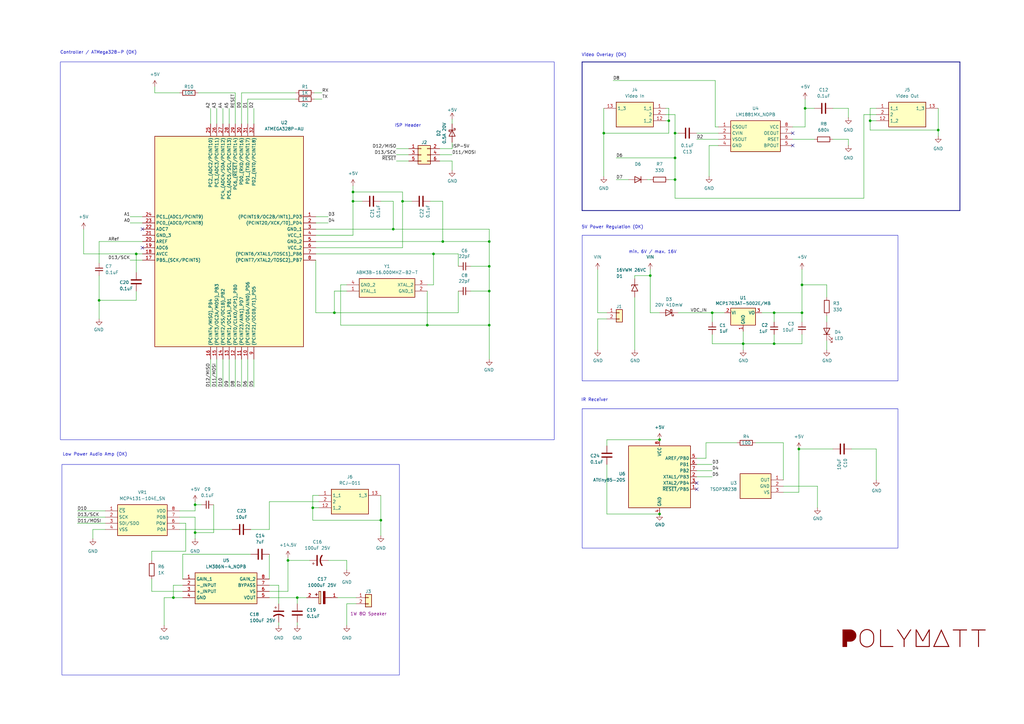
<source format=kicad_sch>
(kicad_sch (version 20250114) (generator "eeschema") (generator_version "9.0")
  (paper "A3")
  (title_block (title "Joshua") (date "2025-03-29") (rev "0.1") (company "polymatt"))
  (polyline (pts (xy 355.6641 258.0185) (xy 355.7633 258.0232) (xy 355.8614 258.0309) (xy 355.9587 258.0418) (xy 356.0549 258.0558) (xy 356.1502 258.0728) (xy 356.2445 258.093) (xy 356.3379 258.1163) (xy 356.4303 258.1427) (xy 356.5217 258.1721) (xy 356.6121 258.2047) (xy 356.7016 258.2404) (xy 356.7901 258.2792) (xy 356.8777 258.3211) (xy 356.9643 258.3661) (xy 357.0499 258.4142) (xy 357.1339 258.465) (xy 357.2157 258.518) (xy 357.2953 258.5732) (xy 357.3727 258.6306) (xy 357.4478 258.6902) (xy 357.5208 258.7521) (xy 357.5915 258.8162) (xy 357.66 258.8824) (xy 357.7263 258.951) (xy 357.7903 259.0217) (xy 357.8522 259.0946) (xy 357.9118 259.1698) (xy 357.9692 259.2471) (xy 358.0244 259.3267) (xy 358.0774 259.4085) (xy 358.1282 259.4925) (xy 358.1763 259.5782) (xy 358.2213 259.6647) (xy 358.2632 259.7523) (xy 358.302 259.8408) (xy 358.3377 259.9303) (xy 358.3703 260.0207) (xy 358.3998 260.1122) (xy 358.4261 260.2045) (xy 358.4494 260.2979) (xy 358.4696 260.3922) (xy 358.4867 260.4875) (xy 358.5006 260.5838) (xy 358.5115 260.681) (xy 358.5193 260.7792) (xy 358.5239 260.8783) (xy 358.5255 260.9784) (xy 358.5255 262.5469) (xy 358.5239 262.647) (xy 358.5193 262.7462) (xy 358.5115 262.8444) (xy 358.5006 262.9416) (xy 358.4867 263.0378) (xy 358.4696 263.1331) (xy 358.4494 263.2274) (xy 358.4261 263.3208) (xy 358.3998 263.4132) (xy 358.3703 263.5046) (xy 358.3377 263.5951) (xy 358.302 263.6845) (xy 358.2632 263.7731) (xy 358.2213 263.8606) (xy 358.1763 263.9472) (xy 358.1282 264.0328) (xy 358.0774 264.1168) (xy 358.0244 264.1986) (xy 357.9692 264.2782) (xy 357.9118 264.3556) (xy 357.8522 264.4307) (xy 357.7903 264.5037) (xy 357.7263 264.5744) (xy 357.66 264.6429) (xy 357.5915 264.7092) (xy 357.5208 264.7732) (xy 357.4478 264.8351) (xy 357.3727 264.8947) (xy 357.2953 264.9522) (xy 357.2157 265.0074) (xy 357.1339 265.0603) (xy 357.0499 265.1111) (xy 356.9643 265.1592) (xy 356.8777 265.2042) (xy 356.7901 265.2461) (xy 356.7016 265.2849) (xy 356.6121 265.3206) (xy 356.5217 265.3532) (xy 356.4303 265.3827) (xy 356.3379 265.4091) (xy 356.2445 265.4323) (xy 356.1502 265.4525) (xy 356.0549 265.4696) (xy 355.9587 265.4835) (xy 355.8614 265.4944) (xy 355.7633 265.5022) (xy 355.6641 265.5068) (xy 355.564 265.5084) (xy 355.4639 265.5068) (xy 355.3647 265.5022) (xy 355.2665 265.4944) (xy 355.1693 265.4835) (xy 355.073 265.4696) (xy 354.9777 265.4525) (xy 354.8834 265.4323) (xy 354.7901 265.4091) (xy 354.6977 265.3827) (xy 354.6063 265.3532) (xy 354.5158 265.3206) (xy 354.4263 265.2849) (xy 354.3378 265.2461) (xy 354.2503 265.2042) (xy 354.1637 265.1592) (xy 354.0781 265.1111) (xy 353.9941 265.0603) (xy 353.9123 265.0074) (xy 353.8327 264.9522) (xy 353.7553 264.8947) (xy 353.6801 264.8351) (xy 353.6072 264.7732) (xy 353.5365 264.7092) (xy 353.468 264.6429) (xy 353.4017 264.5744) (xy 353.3376 264.5037) (xy 353.2758 264.4307) (xy 353.2161 264.3556) (xy 353.1587 264.2782) (xy 353.1035 264.1986) (xy 353.0505 264.1168) (xy 352.9998 264.0328) (xy 352.9517 263.9472) (xy 352.9067 263.8606) (xy 352.8648 263.7731) (xy 352.826 263.6845) (xy 352.7903 263.5951) (xy 352.7577 263.5046) (xy 352.7282 263.4132) (xy 352.7018 263.3208) (xy 352.6785 263.2274) (xy 352.6584 263.1331) (xy 352.6413 263.0378) (xy 352.6273 262.9416) (xy 352.6165 262.8444) (xy 352.6087 262.7462) (xy 352.604 262.647) (xy 352.6025 262.5469) (xy 352.6025 260.9784) (xy 352.9843 260.9784) (xy 352.9843 262.5469) (xy 352.9856 262.6342) (xy 352.9897 262.7206) (xy 352.9964 262.8062) (xy 353.0059 262.891) (xy 353.018 262.9749) (xy 353.0329 263.0579) (xy 353.0505 263.1401) (xy 353.0707 263.2215) (xy 353.0937 263.302) (xy 353.1193 263.3817) (xy 353.1477 263.4605) (xy 353.1787 263.5385) (xy 353.2125 263.6156) (xy 353.249 263.6919) (xy 353.2881 263.7673) (xy 353.33 263.8419) (xy 353.3741 263.9151) (xy 353.4203 263.9864) (xy 353.4683 264.0557) (xy 353.5183 264.1231) (xy 353.5702 264.1885) (xy 353.6241 264.2521) (xy 353.6798 264.3137) (xy 353.7376 264.3733) (xy 353.7972 264.431) (xy 353.8588 264.4868) (xy 353.9223 264.5407) (xy 353.9878 264.5926) (xy 354.0552 264.6426) (xy 354.1245 264.6906) (xy 354.1958 264.7367) (xy 354.269 264.7809) (xy 354.3436 264.8228) (xy 354.419 264.8619) (xy 354.4953 264.8984) (xy 354.5724 264.9321) (xy 354.6504 264.9632) (xy 354.7292 264.9916) (xy 354.8089 265.0172) (xy 354.8894 265.0402) (xy 354.9708 265.0604) (xy 355.053 265.078) (xy 355.136 265.0928) (xy 355.2199 265.105) (xy 355.3047 265.1144) (xy 355.3903 265.1212) (xy 355.4767 265.1252) (xy 355.564 265.1266) (xy 355.6513 265.1252) (xy 355.7377 265.1212) (xy 355.8233 265.1144) (xy 355.908 265.105) (xy 355.9919 265.0928) (xy 356.075 265.078) (xy 356.1572 265.0604) (xy 356.2386 265.0402) (xy 356.3191 265.0172) (xy 356.3987 264.9916) (xy 356.4776 264.9632) (xy 356.5555 264.9321) (xy 356.6327 264.8984) (xy 356.709 264.8619) (xy 356.7844 264.8228) (xy 356.859 264.7809) (xy 356.9322 264.7367) (xy 357.0034 264.6906) (xy 357.0728 264.6426) (xy 357.1402 264.5926) (xy 357.2056 264.5407) (xy 357.2692 264.4868) (xy 357.3307 264.431) (xy 357.3904 264.3733) (xy 357.4481 264.3137) (xy 357.5039 264.2521) (xy 357.5578 264.1885) (xy 357.6097 264.1231) (xy 357.6597 264.0557) (xy 357.7077 263.9864) (xy 357.7538 263.9151) (xy 357.798 263.8419) (xy 357.8398 263.7673) (xy 357.879 263.6919) (xy 357.9155 263.6156) (xy 357.9492 263.5385) (xy 357.9803 263.4605) (xy 358.0086 263.3817) (xy 358.0343 263.302) (xy 358.0572 263.2215) (xy 358.0775 263.1401) (xy 358.0951 263.0579) (xy 358.1099 262.9749) (xy 358.1221 262.891) (xy 358.1315 262.8062) (xy 358.1383 262.7206) (xy 358.1423 262.6342) (xy 358.1437 262.5469) (xy 358.1437 260.9784) (xy 358.1423 260.8912) (xy 358.1383 260.8047) (xy 358.1315 260.7191) (xy 358.1221 260.6344) (xy 358.1099 260.5505) (xy 358.0951 260.4674) (xy 358.0775 260.3852) (xy 358.0572 260.3039) (xy 358.0343 260.2233) (xy 358.0086 260.1437) (xy 357.9803 260.0649) (xy 357.9492 259.9869) (xy 357.9155 259.9097) (xy 357.879 259.8335) (xy 357.8398 259.758) (xy 357.798 259.6834) (xy 357.7538 259.6102) (xy 357.7077 259.539) (xy 357.6597 259.4696) (xy 357.6097 259.4023) (xy 357.5578 259.3368) (xy 357.5039 259.2733) (xy 357.4481 259.2117) (xy 357.3904 259.152) (xy 357.3307 259.0943) (xy 357.2692 259.0385) (xy 357.2056 258.9847) (xy 357.1402 258.9328) (xy 357.0728 258.8828) (xy 357.0034 258.8347) (xy 356.9322 258.7886) (xy 356.859 258.7444) (xy 356.7844 258.7026) (xy 356.709 258.6634) (xy 356.6327 258.627) (xy 356.5555 258.5932) (xy 356.4776 258.5621) (xy 356.3987 258.5338) (xy 356.3191 258.5081) (xy 356.2386 258.4852) (xy 356.1572 258.4649) (xy 356.075 258.4474) (xy 355.9919 258.4325) (xy 355.908 258.4204) (xy 355.8233 258.4109) (xy 355.7377 258.4042) (xy 355.6513 258.4001) (xy 355.564 258.3988) (xy 355.4767 258.4001) (xy 355.3903 258.4042) (xy 355.3047 258.4109) (xy 355.2199 258.4204) (xy 355.136 258.4325) (xy 355.053 258.4474) (xy 354.9708 258.4649) (xy 354.8894 258.4852) (xy 354.8089 258.5081) (xy 354.7292 258.5338) (xy 354.6504 258.5621) (xy 354.5724 258.5932) (xy 354.4953 258.627) (xy 354.419 258.6634) (xy 354.3436 258.7026) (xy 354.269 258.7444) (xy 354.1958 258.7886) (xy 354.1245 258.8347) (xy 354.0552 258.8828) (xy 353.9878 258.9328) (xy 353.9223 258.9847) (xy 353.8588 259.0385) (xy 353.7972 259.0943) (xy 353.7376 259.152) (xy 353.6798 259.2117) (xy 353.6241 259.2733) (xy 353.5702 259.3368) (xy 353.5183 259.4023) (xy 353.4683 259.4696) (xy 353.4203 259.539) (xy 353.3741 259.6102) (xy 353.33 259.6834) (xy 353.2881 259.758) (xy 353.249 259.8335) (xy 353.2125 259.9097) (xy 353.1787 259.9869) (xy 353.1477 260.0649) (xy 353.1193 260.1437) (xy 353.0937 260.2233) (xy 353.0707 260.3039) (xy 353.0505 260.3852) (xy 353.0329 260.4674) (xy 353.018 260.5505) (xy 353.0059 260.6344) (xy 352.9964 260.7191) (xy 352.9897 260.8047) (xy 352.9856 260.8912) (xy 352.9843 260.9784) (xy 352.6025 260.9784) (xy 352.604 260.8783) (xy 352.6087 260.7792) (xy 352.6165 260.681) (xy 352.6273 260.5838) (xy 352.6413 260.4875) (xy 352.6584 260.3922) (xy 352.6785 260.2979) (xy 352.7018 260.2045) (xy 352.7282 260.1122) (xy 352.7577 260.0207) (xy 352.7903 259.9303) (xy 352.826 259.8408) (xy 352.8648 259.7523) (xy 352.9067 259.6647) (xy 352.9517 259.5782) (xy 352.9998 259.4925) (xy 353.0505 259.4085) (xy 353.1035 259.3267) (xy 353.1587 259.2471) (xy 353.2161 259.1698) (xy 353.2758 259.0946) (xy 353.3376 259.0217) (xy 353.4017 258.951) (xy 353.468 258.8824) (xy 353.5365 258.8162) (xy 353.6072 258.7521) (xy 353.6801 258.6902) (xy 353.7553 258.6306) (xy 353.8327 258.5732) (xy 353.9123 258.518) (xy 353.9941 258.465) (xy 354.0781 258.4142) (xy 354.1637 258.3661) (xy 354.2503 258.3211) (xy 354.3378 258.2792) (xy 354.4263 258.2404) (xy 354.5158 258.2047) (xy 354.6063 258.1721) (xy 354.6977 258.1427) (xy 354.7901 258.1163) (xy 354.8834 258.093) (xy 354.9777 258.0728) (xy 355.073 258.0558) (xy 355.1693 258.0418) (xy 355.2665 258.0309) (xy 355.3647 258.0232) (xy 355.4639 258.0185) (xy 355.564 258.017) (xy 355.6641 258.0185)) (stroke (width -0.0001) (type solid)) (fill (type color) (color 132 0 0 1)))
  (rectangle (start 238.76 96.52) (end 368.3 156.21))
  (rectangle (start 238.76 167.64) (end 368.3 224.79))
  (polyline (pts (xy 396.6083 258.5535) (xy 393.8945 258.5535) (xy 393.8945 265.3536) (xy 393.523 265.3536) (xy 393.523 258.5535) (xy 390.8092 258.5535) (xy 390.8092 258.1717) (xy 396.6083 258.1717) (xy 396.6083 258.5535)) (stroke (width -0.0001) (type solid)) (fill (type color) (color 132 0 0 1)))
  (polyline (pts (xy 389.4644 265.3536) (xy 382.6953 265.3536) (xy 382.8714 264.9718) (xy 383.2938 264.9718) (xy 388.8659 264.9718) (xy 386.0798 258.925) (xy 383.2938 264.9718) (xy 382.8714 264.9718) (xy 386.0798 258.017) (xy 389.4644 265.3536)) (stroke (width -0.0001) (type solid)) (fill (type color) (color 132 0 0 1)))
  (polyline (pts (xy 404.2373 258.5535) (xy 401.5235 258.5535) (xy 401.5235 265.3536) (xy 401.152 265.3536) (xy 401.152 258.5535) (xy 398.4382 258.5535) (xy 398.4382 258.1717) (xy 404.2373 258.1717) (xy 404.2373 258.5535)) (stroke (width -0.0001) (type solid)) (fill (type color) (color 132 0 0 1)))
  (polyline (pts (xy 348.6475 258.1728) (xy 348.7392 258.1761) (xy 348.8294 258.1815) (xy 348.9179 258.1892) (xy 349.0048 258.199) (xy 349.0901 258.2109) (xy 349.1738 258.2251) (xy 349.2558 258.2414) (xy 349.3363 258.2599) (xy 349.4151 258.2806) (xy 349.4923 258.3034) (xy 349.568 258.3285) (xy 349.642 258.3557) (xy 349.7144 258.3851) (xy 349.7851 258.4166) (xy 349.8543 258.4504) (xy 349.932 258.4914) (xy 350.0076 258.5346) (xy 350.0813 258.5799) (xy 350.1529 258.6274) (xy 350.2225 258.677) (xy 350.2901 258.7287) (xy 350.3557 258.7826) (xy 350.4193 258.8386) (xy 350.4808 258.8967) (xy 350.5403 258.957) (xy 350.5979 259.0194) (xy 350.6534 259.084) (xy 350.7069 259.1507) (xy 350.7583 259.2195) (xy 350.8078 259.2905) (xy 350.8552 259.3636) (xy 350.9002 259.4382) (xy 350.9423 259.5137) (xy 350.9815 259.5902) (xy 351.0177 259.6676) (xy 351.0511 259.746) (xy 351.0816 259.8252) (xy 351.1092 259.9054) (xy 351.1338 259.9866) (xy 351.1556 260.0686) (xy 351.1745 260.1516) (xy 351.1904 260.2355) (xy 351.2035 260.3203) (xy 351.2136 260.4061) (xy 351.2209 260.4927) (xy 351.2253 260.5803) (xy 351.2267 260.6689) (xy 351.2253 260.7574) (xy 351.221 260.8451) (xy 351.2138 260.9319) (xy 351.2038 261.0178) (xy 351.1909 261.1028) (xy 351.1752 261.1869) (xy 351.1566 261.2702) (xy 351.1351 261.3525) (xy 351.1108 261.434) (xy 351.0836 261.5145) (xy 351.0536 261.5942) (xy 351.0206 261.673) (xy 350.9849 261.7509) (xy 350.9462 261.828) (xy 350.9047 261.9041) (xy 350.8604 261.9794) (xy 350.8136 262.0531) (xy 350.7647 262.1246) (xy 350.7138 262.194) (xy 350.6608 262.2612) (xy 350.6057 262.3262) (xy 350.5486 262.389) (xy 350.4895 262.4497) (xy 350.4283 262.5082) (xy 350.365 262.5645) (xy 350.2997 262.6186) (xy 350.2323 262.6706) (xy 350.1629 262.7204) (xy 350.0914 262.768) (xy 350.0179 262.8134) (xy 349.9423 262.8567) (xy 349.8646 262.8977) (xy 349.7966 262.9315) (xy 349.7268 262.963) (xy 349.6551 262.9924) (xy 349.5815 263.0196) (xy 349.5061 263.0447) (xy 349.4288 263.0675) (xy 349.3497 263.0882) (xy 349.2687 263.1067) (xy 349.1859 263.123) (xy 349.1012 263.1372) (xy 349.0147 263.1491) (xy 348.9263 263.1589) (xy 348.836 263.1665) (xy 348.7439 263.172) (xy 348.65 263.1752) (xy 348.5541 263.1763) (xy 347.4294 263.1763) (xy 347.4294 265.3536) (xy 345.5514 265.3536) (xy 345.5514 258.1717) (xy 348.5541 258.1717) (xy 348.6475 258.1728)) (stroke (width -0.0001) (type solid)) (fill (type color) (color 132 0 0 1)))
  (polyline (pts (xy 370.8322 262.0103) (xy 373.3603 258.1717) (xy 373.8143 258.1717) (xy 371.018 262.4127) (xy 371.018 265.3536) (xy 370.6362 265.3536) (xy 370.6362 262.4127) (xy 367.8295 258.1717) (xy 368.2835 258.1717) (xy 370.8322 262.0103)) (stroke (width -0.0001) (type solid)) (fill (type color) (color 132 0 0 1)))
  (polyline (pts (xy 378.4715 262.5985) (xy 380.9686 258.1614) (xy 381.3504 258.1614) (xy 381.3504 265.3433) (xy 375.5513 265.3433) (xy 375.5513 264.9718) (xy 375.9331 264.9718) (xy 380.9686 264.9718) (xy 380.9686 258.9353) (xy 378.6469 263.0216) (xy 378.2858 263.0216) (xy 375.9331 258.8734) (xy 375.9331 264.9718) (xy 375.5513 264.9718) (xy 375.5513 258.1614) (xy 375.964 258.1614) (xy 378.4715 262.5985)) (stroke (width -0.0001) (type solid)) (fill (type color) (color 132 0 0 1)))
  (rectangle (start 24.765 25.4) (end 227.33 180.34))
  (polyline (pts (xy 361.3562 264.9718) (xy 366.3608 264.9718) (xy 366.3608 265.3536) (xy 360.9744 265.3536) (xy 360.9744 258.1717) (xy 361.3562 258.1717) (xy 361.3562 264.9718)) (stroke (width -0.0001) (type solid)) (fill (type color) (color 132 0 0 1)))
  (rectangle (start 25.4 190.5) (end 163.83 276.86))
  (text "Controller / ATMega328-P (OK)" (at 24.638 21.59 0) (effects (font (size 1.27 1.27)) (justify left)))
  (text "5V Power Regulation (OK)" (at 238.506 93.218 0) (effects (font (size 1.27 1.27)) (justify left)))
  (text "min. 6V / max. 16V" (at 257.81 104.14 0) (effects (font (size 1.27 1.27)) (justify left bottom)))
  (text "ISP Header" (at 167.259 51.562 0) (effects (font (size 1.27 1.27))))
  (text "Video Overlay (OK)" (at 238.506 22.606 0) (effects (font (size 1.27 1.27)) (justify left)))
  (text "IR Receiver" (at 243.84 164.084 0) (effects (font (size 1.27 1.27))))
  (text "Low Power Audio Amp (OK)" (at 25.654 186.436 0) (effects (font (size 1.27 1.27)) (justify left)))
  (junction (at 144.78 82.55))
  (junction (at 330.2 44.45))
  (junction (at 384.81 53.34))
  (junction (at 276.86 54.61))
  (junction (at 80.01 207.01))
  (junction (at 200.66 99.06))
  (junction (at 200.66 119.38))
  (junction (at 165.1 82.55))
  (junction (at 161.29 93.98))
  (junction (at 270.51 210.82))
  (junction (at 247.65 54.61))
  (junction (at 118.11 229.87))
  (junction (at 200.66 133.35))
  (junction (at 304.8 140.97))
  (junction (at 181.61 99.06))
  (junction (at 55.88 104.14))
  (junction (at 317.5 140.97))
  (junction (at 121.92 245.11))
  (junction (at 317.5 128.27))
  (junction (at 276.86 64.77))
  (junction (at 175.26 133.35))
  (junction (at 71.12 245.11))
  (junction (at 144.78 78.74))
  (junction (at 274.32 49.53))
  (junction (at 270.51 180.34))
  (junction (at 266.7 113.03))
  (junction (at 276.86 73.66))
  (junction (at 137.16 128.27))
  (junction (at 177.8 104.14))
  (junction (at 327.66 184.15))
  (junction (at 356.87 49.53))
  (junction (at 328.93 116.84))
  (junction (at 292.1 128.27))
  (junction (at 40.64 123.19))
  (junction (at 80.01 218.44))
  (junction (at 328.93 128.27))
  (junction (at 128.27 208.28))
  (junction (at 156.21 213.36))
  (junction (at 200.66 109.22))
  (no_connect (at 285.75 198.12))
  (no_connect (at 58.42 101.6))
  (no_connect (at 285.75 200.66))
  (no_connect (at 58.42 93.98))
  (no_connect (at 325.12 59.69))
  (no_connect (at 325.12 54.61))
  (wire (pts (xy 165.1 78.74) (xy 144.78 78.74)))
  (wire (pts (xy 87.63 218.44) (xy 80.01 218.44)))
  (wire (pts (xy 99.06 147.32) (xy 99.06 158.75)))
  (wire (pts (xy 252.73 73.66) (xy 257.81 73.66)))
  (wire (pts (xy 93.98 44.45) (xy 93.98 50.8)))
  (wire (pts (xy 55.88 123.19) (xy 40.64 123.19)))
  (wire (pts (xy 142.24 116.84) (xy 139.7 116.84)))
  (wire (pts (xy 248.92 180.34) (xy 248.92 182.88)))
  (wire (pts (xy 40.64 113.03) (xy 40.64 123.19)))
  (wire (pts (xy 328.93 137.16) (xy 328.93 140.97)))
  (wire (pts (xy 87.63 207.01) (xy 87.63 218.44)))
  (wire (pts (xy 73.66 217.17) (xy 95.25 217.17)))
  (wire (pts (xy 347.98 59.69) (xy 347.98 57.15)))
  (wire (pts (xy 276.86 64.77) (xy 276.86 73.66)))
  (wire (pts (xy 200.66 109.22) (xy 200.66 119.38)))
  (wire (pts (xy 335.28 199.39) (xy 335.28 208.28)))
  (wire (pts (xy 58.42 88.9) (xy 53.34 88.9)))
  (wire (pts (xy 285.75 57.15) (xy 294.64 57.15)))
  (wire (pts (xy 137.16 119.38) (xy 137.16 128.27)))
  (wire (pts (xy 248.92 210.82) (xy 270.51 210.82)))
  (wire (pts (xy 104.14 44.45) (xy 104.14 50.8)))
  (wire (pts (xy 118.11 229.87) (xy 127 229.87)))
  (wire (pts (xy 354.33 81.28) (xy 354.33 46.99)))
  (wire (pts (xy 129.54 101.6) (xy 165.1 101.6)))
  (wire (pts (xy 317.5 137.16) (xy 317.5 140.97)))
  (wire (pts (xy 330.2 44.45) (xy 330.2 52.07)))
  (wire (pts (xy 200.66 93.98) (xy 200.66 99.06)))
  (wire (pts (xy 266.7 128.27) (xy 270.51 128.27)))
  (wire (pts (xy 304.8 140.97) (xy 304.8 143.51)))
  (wire (pts (xy 292.1 128.27) (xy 292.1 132.08)))
  (wire (pts (xy 130.81 203.2) (xy 128.27 203.2)))
  (wire (pts (xy 62.23 242.57) (xy 74.93 242.57)))
  (wire (pts (xy 40.64 107.95) (xy 40.64 99.06)))
  (wire (pts (xy 129.54 91.44) (xy 134.62 91.44)))
  (wire (pts (xy 121.92 255.27) (xy 121.92 256.54)))
  (wire (pts (xy 200.66 133.35) (xy 200.66 147.32)))
  (wire (pts (xy 251.46 33.02) (xy 293.37 33.02)))
  (wire (pts (xy 88.9 147.32) (xy 88.9 158.75)))
  (wire (pts (xy 356.87 53.34) (xy 384.81 53.34)))
  (wire (pts (xy 55.88 104.14) (xy 34.29 104.14)))
  (wire (pts (xy 292.1 140.97) (xy 304.8 140.97)))
  (wire (pts (xy 161.29 82.55) (xy 161.29 93.98)))
  (wire (pts (xy 71.12 245.11) (xy 67.31 245.11)))
  (wire (pts (xy 96.52 147.32) (xy 96.52 158.75)))
  (wire (pts (xy 181.61 99.06) (xy 200.66 99.06)))
  (wire (pts (xy 278.13 128.27) (xy 292.1 128.27)))
  (wire (pts (xy 144.78 78.74) (xy 144.78 82.55)))
  (wire (pts (xy 110.49 240.03) (xy 114.3 240.03)))
  (wire (pts (xy 347.98 44.45) (xy 341.63 44.45)))
  (wire (pts (xy 328.93 110.49) (xy 328.93 116.84)))
  (wire (pts (xy 304.8 140.97) (xy 317.5 140.97)))
  (wire (pts (xy 270.51 180.34) (xy 248.92 180.34)))
  (wire (pts (xy 347.98 57.15) (xy 341.63 57.15)))
  (wire (pts (xy 321.31 201.93) (xy 327.66 201.93)))
  (wire (pts (xy 165.1 82.55) (xy 168.91 82.55)))
  (bus (pts (xy 238.76 25.4) (xy 393.7 25.4)))
  (wire (pts (xy 34.29 104.14) (xy 34.29 93.98)))
  (wire (pts (xy 91.44 147.32) (xy 91.44 158.75)))
  (wire (pts (xy 110.49 217.17) (xy 110.49 205.74)))
  (wire (pts (xy 349.25 184.15) (xy 359.41 184.15)))
  (wire (pts (xy 142.24 247.65) (xy 142.24 256.54)))
  (wire (pts (xy 317.5 128.27) (xy 328.93 128.27)))
  (wire (pts (xy 146.05 247.65) (xy 142.24 247.65)))
  (wire (pts (xy 101.6 147.32) (xy 101.6 158.75)))
  (wire (pts (xy 58.42 104.14) (xy 55.88 104.14)))
  (wire (pts (xy 245.11 130.81) (xy 248.92 130.81)))
  (wire (pts (xy 248.92 128.27) (xy 245.11 128.27)))
  (wire (pts (xy 285.75 193.04) (xy 292.1 193.04)))
  (wire (pts (xy 129.54 88.9) (xy 134.62 88.9)))
  (wire (pts (xy 339.09 116.84) (xy 328.93 116.84)))
  (wire (pts (xy 80.01 212.09) (xy 80.01 218.44)))
  (wire (pts (xy 129.54 96.52) (xy 144.78 96.52)))
  (wire (pts (xy 185.42 48.895) (xy 185.42 50.8)))
  (wire (pts (xy 156.21 82.55) (xy 161.29 82.55)))
  (wire (pts (xy 62.23 226.06) (xy 76.2 226.06)))
  (wire (pts (xy 176.53 82.55) (xy 181.61 82.55)))
  (wire (pts (xy 359.41 184.15) (xy 359.41 196.85)))
  (wire (pts (xy 260.35 113.03) (xy 260.35 114.3)))
  (wire (pts (xy 162.56 60.96) (xy 167.64 60.96)))
  (wire (pts (xy 304.8 135.89) (xy 304.8 140.97)))
  (wire (pts (xy 175.26 133.35) (xy 200.66 133.35)))
  (wire (pts (xy 185.42 66.04) (xy 185.42 69.85)))
  (wire (pts (xy 260.35 121.92) (xy 260.35 143.51)))
  (wire (pts (xy 339.09 139.7) (xy 339.09 143.51)))
  (wire (pts (xy 86.36 147.32) (xy 86.36 158.75)))
  (wire (pts (xy 139.7 133.35) (xy 175.26 133.35)))
  (wire (pts (xy 285.75 54.61) (xy 294.64 54.61)))
  (wire (pts (xy 187.96 104.14) (xy 187.96 109.22)))
  (wire (pts (xy 181.61 82.55) (xy 181.61 99.06)))
  (wire (pts (xy 102.87 227.33) (xy 74.93 227.33)))
  (wire (pts (xy 177.8 116.84) (xy 177.8 104.14)))
  (wire (pts (xy 193.04 109.22) (xy 200.66 109.22)))
  (wire (pts (xy 165.1 101.6) (xy 165.1 82.55)))
  (wire (pts (xy 339.09 121.92) (xy 339.09 116.84)))
  (wire (pts (xy 31.75 209.55) (xy 43.18 209.55)))
  (wire (pts (xy 156.21 213.36) (xy 156.21 219.71)))
  (wire (pts (xy 252.73 64.77) (xy 276.86 64.77)))
  (wire (pts (xy 129.54 128.27) (xy 137.16 128.27)))
  (wire (pts (xy 193.04 119.38) (xy 200.66 119.38)))
  (wire (pts (xy 266.7 110.49) (xy 266.7 113.03)))
  (wire (pts (xy 161.29 93.98) (xy 200.66 93.98)))
  (wire (pts (xy 93.98 147.32) (xy 93.98 158.75)))
  (wire (pts (xy 187.96 128.27) (xy 187.96 119.38)))
  (wire (pts (xy 40.64 99.06) (xy 58.42 99.06)))
  (wire (pts (xy 129.54 104.14) (xy 177.8 104.14)))
  (bus (pts (xy 393.7 86.36) (xy 393.7 25.4)))
  (wire (pts (xy 276.86 73.66) (xy 276.86 81.28)))
  (wire (pts (xy 276.86 81.28) (xy 354.33 81.28)))
  (wire (pts (xy 274.32 73.66) (xy 276.86 73.66)))
  (wire (pts (xy 73.66 38.1) (xy 63.5 38.1)))
  (wire (pts (xy 289.56 181.61) (xy 302.26 181.61)))
  (wire (pts (xy 62.23 226.06) (xy 62.23 229.87)))
  (wire (pts (xy 114.3 240.03) (xy 114.3 247.65)))
  (wire (pts (xy 339.09 129.54) (xy 339.09 132.08)))
  (wire (pts (xy 266.7 113.03) (xy 260.35 113.03)))
  (wire (pts (xy 114.3 255.27) (xy 114.3 256.54)))
  (wire (pts (xy 384.81 53.34) (xy 384.81 55.88)))
  (wire (pts (xy 325.12 52.07) (xy 330.2 52.07)))
  (wire (pts (xy 73.66 209.55) (xy 80.01 209.55)))
  (wire (pts (xy 144.78 82.55) (xy 144.78 96.52)))
  (wire (pts (xy 185.42 60.96) (xy 180.34 60.96)))
  (wire (pts (xy 74.93 227.33) (xy 74.93 237.49)))
  (wire (pts (xy 144.78 82.55) (xy 148.59 82.55)))
  (wire (pts (xy 276.86 46.99) (xy 276.86 54.61)))
  (wire (pts (xy 128.27 208.28) (xy 130.81 208.28)))
  (wire (pts (xy 175.26 119.38) (xy 175.26 133.35)))
  (wire (pts (xy 162.56 66.04) (xy 167.64 66.04)))
  (wire (pts (xy 312.42 128.27) (xy 317.5 128.27)))
  (wire (pts (xy 384.81 44.45) (xy 384.81 53.34)))
  (wire (pts (xy 156.21 203.2) (xy 156.21 213.36)))
  (wire (pts (xy 273.05 49.53) (xy 274.32 49.53)))
  (wire (pts (xy 55.88 104.14) (xy 55.88 111.76)))
  (wire (pts (xy 128.27 203.2) (xy 128.27 208.28)))
  (wire (pts (xy 247.65 44.45) (xy 247.65 54.61)))
  (wire (pts (xy 317.5 140.97) (xy 328.93 140.97)))
  (wire (pts (xy 129.54 93.98) (xy 161.29 93.98)))
  (wire (pts (xy 128.27 213.36) (xy 128.27 208.28)))
  (wire (pts (xy 121.92 245.11) (xy 125.73 245.11)))
  (wire (pts (xy 128.905 38.1) (xy 132.08 38.1)))
  (wire (pts (xy 185.42 63.5) (xy 180.34 63.5)))
  (wire (pts (xy 289.56 181.61) (xy 289.56 187.96)))
  (wire (pts (xy 138.43 245.11) (xy 146.05 245.11)))
  (wire (pts (xy 356.87 49.53) (xy 359.41 49.53)))
  (wire (pts (xy 144.78 76.2) (xy 144.78 78.74)))
  (wire (pts (xy 245.11 143.51) (xy 245.11 130.81)))
  (wire (pts (xy 58.42 106.68) (xy 53.34 106.68)))
  (wire (pts (xy 321.31 199.39) (xy 335.28 199.39)))
  (wire (pts (xy 292.1 128.27) (xy 297.18 128.27)))
  (wire (pts (xy 248.92 190.5) (xy 248.92 210.82)))
  (wire (pts (xy 31.75 212.09) (xy 43.18 212.09)))
  (wire (pts (xy 101.6 40.64) (xy 101.6 50.8)))
  (wire (pts (xy 80.01 207.01) (xy 80.01 209.55)))
  (wire (pts (xy 88.9 44.45) (xy 88.9 50.8)))
  (wire (pts (xy 74.93 240.03) (xy 71.12 240.03)))
  (wire (pts (xy 321.31 181.61) (xy 309.88 181.61)))
  (wire (pts (xy 276.86 54.61) (xy 278.13 54.61)))
  (wire (pts (xy 67.31 245.11) (xy 67.31 256.54)))
  (wire (pts (xy 285.75 190.5) (xy 292.1 190.5)))
  (wire (pts (xy 265.43 73.66) (xy 266.7 73.66)))
  (wire (pts (xy 142.24 229.87) (xy 142.24 233.68)))
  (wire (pts (xy 110.49 242.57) (xy 118.11 242.57)))
  (wire (pts (xy 185.42 66.04) (xy 180.34 66.04)))
  (wire (pts (xy 274.32 49.53) (xy 274.32 54.61)))
  (wire (pts (xy 334.01 44.45) (xy 330.2 44.45)))
  (bus (pts (xy 238.76 25.4) (xy 238.76 86.36)))
  (wire (pts (xy 273.05 46.99) (xy 276.86 46.99)))
  (wire (pts (xy 293.37 52.07) (xy 294.64 52.07)))
  (wire (pts (xy 247.65 54.61) (xy 247.65 72.39)))
  (wire (pts (xy 200.66 99.06) (xy 200.66 109.22)))
  (wire (pts (xy 62.23 237.49) (xy 62.23 242.57)))
  (wire (pts (xy 290.83 59.69) (xy 294.64 59.69)))
  (wire (pts (xy 134.62 229.87) (xy 142.24 229.87)))
  (wire (pts (xy 63.5 38.1) (xy 63.5 35.56)))
  (wire (pts (xy 292.1 137.16) (xy 292.1 140.97)))
  (wire (pts (xy 175.26 116.84) (xy 177.8 116.84)))
  (wire (pts (xy 110.49 205.74) (xy 130.81 205.74)))
  (wire (pts (xy 38.1 217.17) (xy 38.1 220.98)))
  (wire (pts (xy 137.16 128.27) (xy 187.96 128.27)))
  (wire (pts (xy 293.37 33.02) (xy 293.37 52.07)))
  (wire (pts (xy 104.14 147.32) (xy 104.14 158.75)))
  (wire (pts (xy 185.42 58.42) (xy 185.42 60.96)))
  (wire (pts (xy 139.7 116.84) (xy 139.7 133.35)))
  (wire (pts (xy 325.12 57.15) (xy 334.01 57.15)))
  (wire (pts (xy 327.66 184.15) (xy 341.63 184.15)))
  (wire (pts (xy 73.66 212.09) (xy 80.01 212.09)))
  (wire (pts (xy 118.11 229.87) (xy 118.11 228.6)))
  (wire (pts (xy 31.75 214.63) (xy 43.18 214.63)))
  (wire (pts (xy 99.06 38.1) (xy 99.06 50.8)))
  (wire (pts (xy 129.54 106.68) (xy 129.54 128.27)))
  (wire (pts (xy 129.54 99.06) (xy 181.61 99.06)))
  (wire (pts (xy 165.1 82.55) (xy 165.1 78.74)))
  (wire (pts (xy 76.2 214.63) (xy 73.66 214.63)))
  (wire (pts (xy 290.83 59.69) (xy 290.83 72.39)))
  (bus (pts (xy 238.76 86.36) (xy 393.7 86.36)))
  (wire (pts (xy 71.12 240.03) (xy 71.12 245.11)))
  (wire (pts (xy 110.49 245.11) (xy 121.92 245.11)))
  (wire (pts (xy 55.88 119.38) (xy 55.88 123.19)))
  (wire (pts (xy 142.24 119.38) (xy 137.16 119.38)))
  (wire (pts (xy 101.6 40.64) (xy 121.285 40.64)))
  (wire (pts (xy 118.11 242.57) (xy 118.11 229.87)))
  (wire (pts (xy 86.36 44.45) (xy 86.36 50.8)))
  (wire (pts (xy 245.11 110.49) (xy 245.11 128.27)))
  (wire (pts (xy 356.87 49.53) (xy 356.87 53.34)))
  (wire (pts (xy 128.905 40.64) (xy 132.08 40.64)))
  (wire (pts (xy 80.01 205.74) (xy 80.01 207.01)))
  (wire (pts (xy 96.52 38.1) (xy 81.28 38.1)))
  (wire (pts (xy 347.98 48.26) (xy 347.98 44.45)))
  (wire (pts (xy 317.5 128.27) (xy 317.5 132.08)))
  (wire (pts (xy 177.8 104.14) (xy 187.96 104.14)))
  (wire (pts (xy 76.2 226.06) (xy 76.2 214.63)))
  (wire (pts (xy 327.66 184.15) (xy 327.66 201.93)))
  (wire (pts (xy 285.75 195.58) (xy 292.1 195.58)))
  (wire (pts (xy 74.93 245.11) (xy 71.12 245.11)))
  (wire (pts (xy 330.2 40.64) (xy 330.2 44.45)))
  (wire (pts (xy 99.06 38.1) (xy 121.285 38.1)))
  (wire (pts (xy 110.49 227.33) (xy 110.49 237.49)))
  (wire (pts (xy 102.87 217.17) (xy 110.49 217.17)))
  (wire (pts (xy 162.56 63.5) (xy 167.64 63.5)))
  (wire (pts (xy 121.92 245.11) (xy 121.92 247.65)))
  (wire (pts (xy 321.31 196.85) (xy 321.31 181.61)))
  (wire (pts (xy 274.32 54.61) (xy 247.65 54.61)))
  (wire (pts (xy 80.01 207.01) (xy 82.55 207.01)))
  (wire (pts (xy 359.41 44.45) (xy 356.87 44.45)))
  (wire (pts (xy 91.44 44.45) (xy 91.44 50.8)))
  (wire (pts (xy 266.7 113.03) (xy 266.7 128.27)))
  (wire (pts (xy 328.93 116.84) (xy 328.93 128.27)))
  (wire (pts (xy 80.01 218.44) (xy 80.01 220.98)))
  (wire (pts (xy 200.66 119.38) (xy 200.66 133.35)))
  (wire (pts (xy 273.05 44.45) (xy 274.32 44.45)))
  (wire (pts (xy 58.42 91.44) (xy 53.34 91.44)))
  (wire (pts (xy 40.64 123.19) (xy 40.64 130.81)))
  (wire (pts (xy 43.18 217.17) (xy 38.1 217.17)))
  (wire (pts (xy 276.86 54.61) (xy 276.86 64.77)))
  (wire (pts (xy 328.93 132.08) (xy 328.93 128.27)))
  (wire (pts (xy 356.87 44.45) (xy 356.87 49.53)))
  (wire (pts (xy 274.32 44.45) (xy 274.32 49.53)))
  (wire (pts (xy 96.52 38.1) (xy 96.52 50.8)))
  (wire (pts (xy 289.56 187.96) (xy 285.75 187.96)))
  (wire (pts (xy 128.27 213.36) (xy 156.21 213.36)))
  (wire (pts (xy 354.33 46.99) (xy 359.41 46.99)))
  (label "D3" (at 292.1 190.5 0))
  (label "D12{slash}MISO" (at 162.56 60.96 180))
  (label "D8" (at 251.46 33.02 0))
  (label "D13{slash}SCK" (at 31.75 212.09 0))
  (label "A3" (at 88.9 44.45 90))
  (label "D13{slash}SCK" (at 162.56 63.5 180))
  (label "D6" (at 101.6 158.75 90))
  (label "D11{slash}MOSI" (at 88.9 158.75 90))
  (label "A1" (at 53.34 88.9 180))
  (label "D10" (at 31.75 209.55 0))
  (label "A0" (at 53.34 91.44 180))
  (label "D11{slash}MOSI" (at 185.42 63.5 0))
  (label "D7" (at 252.73 73.66 0))
  (label "TX" (at 132.08 40.64 0))
  (label "ISP-5V" (at 185.42 60.96 0))
  (label "D1" (at 101.6 44.45 90))
  (label "D12{slash}MISO" (at 86.36 158.75 90))
  (label "D5" (at 104.14 158.75 90))
  (label "D2" (at 104.14 44.45 90))
  (label "D9" (at 93.98 158.75 90))
  (label "D6" (at 252.73 64.77 0))
  (label "D3" (at 134.62 88.9 0))
  (label "A4" (at 91.44 44.45 90))
  (label "D11{slash}MOSI" (at 31.75 214.63 0))
  (label "~{RESET}" (at 162.56 66.04 180))
  (label "D0" (at 99.06 44.45 90))
  (label "D5" (at 292.1 195.58 0))
  (label "D2" (at 285.75 57.15 0))
  (label "ARef" (at 44.45 99.06 0))
  (label "D8" (at 96.52 158.75 90))
  (label "D7" (at 99.06 158.75 90))
  (label "D4" (at 134.62 91.44 0))
  (label "D4" (at 292.1 193.04 0))
  (label "RX" (at 132.08 38.1 0))
  (label "VDC_IN" (at 283.21 128.27 0))
  (label "A2" (at 86.36 44.45 90))
  (label "D13{slash}SCK" (at 53.34 106.68 180))
  (label "D10" (at 91.44 158.75 90))
  (label "A5" (at 93.98 44.45 90))
  (label "RESET" (at 96.52 44.45 90))
  (symbol (lib_id "Connector_Generic:Conn_02x03_Odd_Even") (at 172.72 63.5 0) (unit 1) (in_bom no)
    (property "Reference" "J2" (at 173.99 58.42 0))
    (property "Value" "Conn_02x03_Odd_Even" (effects (hide yes)))
    (property "Footprint" "Connector_IDC:IDC-Header_2x03_P2.54mm_Vertical" (effects (hide yes)))
  )
  (symbol (lib_id "power:GND") (at 185.42 69.85 0) (unit 1)
    (property "Reference" "#PWR05" (effects (hide yes)))
    (property "Value" "GND" (at 185.547 74.2442 0))
  )
  (symbol (lib_id "Regulator_Linear:MCP1703A-5002_SOT89") (at 304.8 128.27 0) (unit 1)
    (property "Reference" "U1" (at 304.8 122.1232 0))
    (property "Value" "MCP1703AT-5002E/MB" (at 304.8 124.4346 0))
    (property "Footprint" "Package_TO_SOT_SMD:SOT-89-3" (effects (hide yes)))
    (property "Datasheet" "https://www.mouser.com/datasheet/2/268/MCP1703_Data_Sheet_DS20005122-3442053.pdf" (effects (hide yes)))
    (property "Distributor" "Reichelt" (effects (hide yes)))
    (property "EAN / GTIN" "9900001372926" (effects (hide yes)))
    (property "Hersteller" "Microchip" (effects (hide yes)))
    (property "Mouser Part Number" "579-MCP1703AT5002EMB " (effects (hide yes)))
  )
  (symbol (lib_id "Device:C_Small") (at 292.1 134.62 0) (unit 1)
    (property "Reference" "C1" (at 295.021 133.4516 0) (effects (justify left)))
    (property "Value" "1uF" (at 295.021 135.763 0) (effects (justify left)))
    (property "Footprint" "Capacitor_SMD:C_0805_2012Metric_Pad1.18x1.45mm_HandSolder" (effects (hide yes)))
    (property "Mouser Part Number" "80-C0805C105K3RECTU" (effects (hide yes)))
  )
  (symbol (lib_id "power:GND") (at 304.8 143.51 0) (unit 1)
    (property "Reference" "#PWR08" (effects (hide yes)))
    (property "Value" "GND" (at 304.927 147.9042 0))
  )
  (symbol (lib_id "Diode:MBR0520LT") (at 274.32 128.27 180) (unit 1)
    (property "Reference" "D3" (at 274.32 122.7582 0))
    (property "Value" "20V 410mW" (at 274.32 125.0696 0))
    (property "Footprint" "Diode_SMD:D_SOD-123" (effects (hide yes)))
    (property "Datasheet" "https://www.mouser.com/datasheet/2/115/DIOD_S_A0011119854_1-2512890.pdf" (effects (hide yes)))
    (property "Hersteller" "ON Semiconductor" (effects (hide yes)))
    (property "Mouser Part Number" "621-B0520LW-F " (effects (hide yes)))
  )
  (symbol (lib_id "power:GND") (at 245.11 143.51 0) (unit 1)
    (property "Reference" "#PWR06" (effects (hide yes)))
    (property "Value" "GND" (at 245.237 147.9042 0))
  )
  (symbol (lib_name "GND_3") (lib_id "power:GND") (at 347.98 59.69 0) (mirror y) (unit 1)
    (property "Reference" "#PWR029" (effects (hide yes)))
    (property "Value" "GND" (at 347.98 64.77 0))
    (property "Description" "Power symbol creates a global label with name \"GND\" , ground" (effects (hide yes)))
  )
  (symbol (lib_id "RCJ-011:RCJ-011") (at 273.05 44.45 0) (mirror y) (unit 1)
    (property "Reference" "J4" (at 260.35 36.83 0))
    (property "Value" "Video In" (at 260.35 39.37 0))
    (property "Footprint" "RCJ011" (effects (hide yes)))
    (property "Datasheet" "https://www.sameskydevices.com/product/resource/supplyframepdf/rcj-01.pdf" (effects (hide yes)))
    (property "Description" "Metal Right-Angle, RCA Jack, Black Insulator" (effects (hide yes)))
    (property "Height" "12" (effects (hide yes)))
    (property "Mouser Part Number" "490-RCJ-011" (effects (hide yes)))
    (property "Mouser Price/Stock" "https://www.mouser.co.uk/ProductDetail/CUI-Devices/RCJ-011?qs=WyjlAZoYn51YnV3HkmXXOg%3D%3D" (effects (hide yes)))
    (property "Manufacturer_Name" "Same Sky" (effects (hide yes)))
    (property "Manufacturer_Part_Number" "RCJ-011" (effects (hide yes)))
  )
  (symbol (lib_id "MyPower:VIN") (at 266.7 110.49 0) (unit 1)
    (property "Reference" "#PWR02" (effects (hide yes)))
    (property "Value" "VIN" (at 266.7 105.41 0))
  )
  (symbol (lib_id "Device:R") (at 125.095 38.1 270) (unit 1)
    (property "Reference" "R1" (at 125.095 35.56 90))
    (property "Value" "1K" (at 125.095 38.1 90))
    (property "Footprint" "Resistor_SMD:R_0805_2012Metric_Pad1.20x1.40mm_HandSolder" (effects (hide yes)))
    (property "Mouser Part Number" "667-ERA-6AED102V" (effects (hide yes)))
  )
  (symbol (lib_id "MyPower:VIN") (at 245.11 110.49 0) (unit 1)
    (property "Reference" "#PWR01" (effects (hide yes)))
    (property "Value" "VIN" (at 245.11 105.41 0))
  )
  (symbol (lib_id "865060462010:865060462010") (at 125.73 245.11 0) (unit 1)
    (property "Reference" "C17" (at 132.08 237.49 0))
    (property "Value" "1000uF 25V" (at 132.08 240.03 0))
    (property "Footprint" "CAPAE1350X1400N" (effects (hide yes)))
    (property "Datasheet" "https://katalog.we-online.de/pbs/datasheet/865060462010.pdf" (effects (hide yes)))
    (property "Description" "WURTH ELEKTRONIK - 865060462010 - CAP, 1000F, 25V, SMD" (effects (hide yes)))
    (property "Height" "14" (effects (hide yes)))
    (property "Mouser Part Number" "710-865060462010" (effects (hide yes)))
    (property "Mouser Price/Stock" "https://www.mouser.co.uk/ProductDetail/Wurth-Elektronik/865060462010?qs=0KOYDY2FL2%2Fw1AnFOB1pbQ%3D%3D" (effects (hide yes)))
    (property "Manufacturer_Name" "Wurth Elektronik" (effects (hide yes)))
    (property "Manufacturer_Part_Number" "865060462010" (effects (hide yes)))
  )
  (symbol (lib_id "power:+5V") (at 270.51 180.34 0) (unit 1)
    (property "Reference" "#PWR036" (effects (hide yes)))
    (property "Value" "+5V" (at 270.51 175.26 0))
  )
  (symbol (lib_id "Device:C_Polarized_US") (at 130.81 229.87 90) (unit 1)
    (property "Reference" "C16" (at 130.175 222.25 90))
    (property "Value" "100uF 25V" (at 130.175 224.79 90))
    (property "Footprint" "CAPAE830X650N" (effects (hide yes)))
    (property "Datasheet" "https://www.we-online.com/catalog/datasheet/865090449009.pdf" (effects (hide yes)))
    (property "Description" "Polarized capacitor, US symbol" (effects (hide yes)))
    (property "Manufacturer_Name" "Wurth Elektronik" (effects (hide yes)))
    (property "Manufacturer_Part_Number" "865090449009" (effects (hide yes)))
    (property "Mouser Part Number" "710-865090449009" (effects (hide yes)))
  )
  (symbol (lib_id "Device:C_Small") (at 328.93 134.62 0) (mirror y) (unit 1)
    (property "Reference" "C3" (at 325.755 132.8038 0) (effects (justify left)))
    (property "Value" "10uF" (at 325.755 135.3438 0) (effects (justify left)))
    (property "Footprint" "Capacitor_SMD:C_0805_2012Metric_Pad1.18x1.45mm_HandSolder" (effects (hide yes)))
    (property "Mouser Part Number" "80-C0805C106M3PACLR" (effects (hide yes)))
  )
  (symbol (lib_id "Diode:MBR0520LT") (at 185.42 54.61 270) (unit 1)
    (property "Reference" "D2" (at 179.9082 54.61 0))
    (property "Value" "0.5A 20V" (at 182.2196 54.61 0))
    (property "Footprint" "Diode_SMD:D_SOD-123" (effects (hide yes)))
    (property "Datasheet" "https://www.onsemi.com/PowerSolutions/product.do?id=MBR0520LT3G" (effects (hide yes)))
    (property "Distributor" "Reichelt" (effects (hide yes)))
    (property "EAN / GTIN" "9900002196200" (effects (hide yes)))
    (property "Hersteller" "ON Semiconductor" (effects (hide yes)))
    (property "Mouser Part Number" "863-MBR0520LT3G " (effects (hide yes)))
  )
  (symbol (lib_id "Device:LED") (at 339.09 135.89 90) (unit 1)
    (property "Reference" "D4" (at 342.265 136.2074 90) (effects (justify right)))
    (property "Value" "LED" (at 342.265 138.7474 90) (effects (justify right)))
    (property "Footprint" "LED_SMD:LED_0805_2012Metric_Pad1.15x1.40mm_HandSolder" (effects (hide yes)))
    (property "Datasheet" "https://www.mouser.com/datasheet/2/423/LSM0805543V-White-Datasheet-1596015.pdf" (effects (hide yes)))
    (property "Mouser Part Number" "593-LSM0805543V " (effects (hide yes)))
  )
  (symbol (lib_name "GND_4") (lib_id "power:GND") (at 67.31 256.54 0) (unit 1)
    (property "Reference" "#PWR032" (effects (hide yes)))
    (property "Value" "GND" (at 67.31 261.62 0))
    (property "Description" "Power symbol creates a global label with name \"GND\" , ground" (effects (hide yes)))
  )
  (symbol (lib_id "Device:R") (at 77.47 38.1 270) (unit 1)
    (property "Reference" "R10" (at 77.47 35.56 90))
    (property "Value" "10K" (at 77.47 38.1 90))
    (property "Footprint" "Resistor_SMD:R_0805_2012Metric_Pad1.20x1.40mm_HandSolder" (effects (hide yes)))
    (property "Mouser Part Number" "667-ERA-6AED102V" (effects (hide yes)))
  )
  (symbol (lib_id "Device:R") (at 306.07 181.61 90) (mirror x) (unit 1)
    (property "Reference" "R4" (at 306.07 179.07 90))
    (property "Value" "100" (at 306.07 181.61 90))
    (property "Footprint" "Resistor_SMD:R_0805_2012Metric_Pad1.20x1.40mm_HandSolder" (effects (hide yes)))
    (property "Mouser Part Number" "667-ERJ-P06D1000V" (effects (hide yes)))
  )
  (symbol (lib_id "Device:C") (at 172.72 82.55 90) (unit 1)
    (property "Reference" "C22" (at 172.974 89.408 0) (effects (justify left)))
    (property "Value" "0.1uF" (at 175.514 89.408 0) (effects (justify left)))
    (property "Footprint" "Capacitor_SMD:C_0805_2012Metric_Pad1.18x1.45mm_HandSolder" (effects (hide yes)))
    (property "Description" "Unpolarized capacitor" (effects (hide yes)))
    (property "Mouser Part Number" "80-C0805C104J3REAULR " (effects (hide yes)))
  )
  (symbol (lib_id "Device:R") (at 270.51 73.66 270) (unit 1)
    (property "Reference" "R7" (at 270.51 67.31 90))
    (property "Value" "330" (at 270.51 69.85 90))
    (property "Footprint" "Resistor_SMD:R_0805_2012Metric_Pad1.20x1.40mm_HandSolder" (effects (hide yes)))
    (property "Description" "Resistor" (effects (hide yes)))
    (property "Mouser Part Number" "667-ERA-6VEB3300V" (effects (hide yes)))
  )
  (symbol (lib_id "power:GND") (at 359.41 196.85 0) (unit 1)
    (property "Reference" "#PWR031" (effects (hide yes)))
    (property "Value" "GND" (at 359.537 201.2442 0))
  )
  (symbol (lib_id "Device:R") (at 339.09 125.73 0) (unit 1)
    (property "Reference" "R3" (at 341.63 124.4599 0) (effects (justify left)))
    (property "Value" "330" (at 341.63 126.9999 0) (effects (justify left)))
    (property "Footprint" "Resistor_SMD:R_0805_2012Metric_Pad1.20x1.40mm_HandSolder" (effects (hide yes)))
    (property "Mouser Part Number" "667-ERA-6VEB3300V" (effects (hide yes)))
  )
  (symbol (lib_name "GND_4") (lib_id "power:GND") (at 38.1 220.98 0) (unit 1)
    (property "Reference" "#PWR025" (effects (hide yes)))
    (property "Value" "GND" (at 38.1 226.06 0))
    (property "Description" "Power symbol creates a global label with name \"GND\" , ground" (effects (hide yes)))
  )
  (symbol (lib_name "GND_4") (lib_id "power:GND") (at 80.01 220.98 0) (unit 1)
    (property "Reference" "#PWR026" (effects (hide yes)))
    (property "Value" "GND" (at 80.01 226.06 0))
    (property "Description" "Power symbol creates a global label with name \"GND\" , ground" (effects (hide yes)))
  )
  (symbol (lib_id "MCU_Microchip_ATtiny:ATtiny85-20S") (at 270.51 195.58 0) (unit 1)
    (property "Reference" "U6" (at 256.54 194.3099 0) (effects (justify right)))
    (property "Value" "ATtiny85-20S" (at 256.54 196.8499 0) (effects (justify right)))
    (property "Footprint" "Package_SO:SOIC-8_5.3x5.3mm_P1.27mm" (effects (hide yes)))
    (property "Datasheet" "http://ww1.microchip.com/downloads/en/DeviceDoc/atmel-2586-avr-8-bit-microcontroller-attiny25-attiny45-attiny85_datasheet.pdf" (effects (hide yes)))
    (property "Description" "20MHz, 8kB Flash, 512B SRAM, 512B EEPROM, debugWIRE, SOIC-8" (effects (hide yes)))
  )
  (symbol (lib_id "LM386N-4:LM386N-4_NOPB") (at 74.93 237.49 0) (unit 1)
    (property "Reference" "U5" (at 92.71 229.87 0))
    (property "Value" "LM386N-4_NOPB" (at 92.71 232.41 0))
    (property "Footprint" "DIP794W53P254L959H508Q8N" (effects (hide yes)))
    (property "Datasheet" "http://www.ti.com/lit/ds/symlink/lm386.pdf" (effects (hide yes)))
    (property "Description" "Audio power amplifier,LM386N-4 1W Texas Instruments LM386N-4/NOPB Audio Amplifier, Class-AB Mono, 8-Pin MDIP" (effects (hide yes)))
    (property "Height" "5.08" (effects (hide yes)))
    (property "Mouser Part Number" "926-LM386N-4/NOPB" (effects (hide yes)))
    (property "Mouser Price/Stock" "https://www.mouser.co.uk/ProductDetail/Texas-Instruments/LM386N-4-NOPB?qs=QbsRYf82W3FsJPldcpZj5g%3D%3D" (effects (hide yes)))
    (property "Manufacturer_Name" "Texas Instruments" (effects (hide yes)))
    (property "Manufacturer_Part_Number" "LM386N-4/NOPB" (effects (hide yes)))
  )
  (symbol (lib_name "GND_2") (lib_id "power:GND") (at 290.83 72.39 0) (unit 1)
    (property "Reference" "#PWR030" (effects (hide yes)))
    (property "Value" "GND" (at 290.83 77.216 0))
    (property "Description" "Power symbol creates a global label with name \"GND\" , ground" (effects (hide yes)))
  )
  (symbol (lib_name "GND_3") (lib_id "power:GND") (at 384.81 55.88 0) (mirror y) (unit 1)
    (property "Reference" "#PWR038" (effects (hide yes)))
    (property "Value" "GND" (at 384.81 60.96 0))
    (property "Description" "Power symbol creates a global label with name \"GND\" , ground" (effects (hide yes)))
  )
  (symbol (lib_id "Device:C") (at 345.44 184.15 270) (unit 1)
    (property "Reference" "C10" (at 346.7101 187.96 0) (effects (justify left)))
    (property "Value" "10uF" (at 344.1701 187.96 0) (effects (justify left)))
    (property "Footprint" "Capacitor_SMD:C_0805_2012Metric_Pad1.18x1.45mm_HandSolder" (effects (hide yes)))
    (property "Description" "Unpolarized capacitor" (effects (hide yes)))
    (property "Mouser Part Number" "80-C0805C106M3PACLR" (effects (hide yes)))
  )
  (symbol (lib_name "GND_1") (lib_id "power:GND") (at 347.98 48.26 0) (unit 1)
    (property "Reference" "#PWR024" (effects (hide yes)))
    (property "Value" "GND" (at 347.98 53.34 0))
    (property "Description" "Power symbol creates a global label with name \"GND\" , ground" (effects (hide yes)))
  )
  (symbol (lib_id "Device:C") (at 337.82 44.45 270) (unit 1)
    (property "Reference" "C12" (at 337.82 36.83 90))
    (property "Value" "0.1uF" (at 337.82 39.37 90))
    (property "Footprint" "Capacitor_SMD:C_0805_2012Metric_Pad1.18x1.45mm_HandSolder" (effects (hide yes)))
    (property "Description" "Unpolarized capacitor" (effects (hide yes)))
    (property "Mouser Part Number" "80-C0805C104J3REAULR " (effects (hide yes)))
  )
  (symbol (lib_id "Device:C") (at 248.92 186.69 0) (unit 1)
    (property "Reference" "C24" (at 242.062 186.944 0) (effects (justify left)))
    (property "Value" "0.1uF" (at 242.062 189.484 0) (effects (justify left)))
    (property "Footprint" "Capacitor_SMD:C_0805_2012Metric_Pad1.18x1.45mm_HandSolder" (effects (hide yes)))
    (property "Description" "Unpolarized capacitor" (effects (hide yes)))
    (property "Mouser Part Number" "80-C0805C104J3REAULR " (effects (hide yes)))
  )
  (symbol (lib_id "Device:C") (at 99.06 217.17 270) (unit 1)
    (property "Reference" "C23" (at 99.06 209.55 90))
    (property "Value" "10uF" (at 99.06 212.09 90))
    (property "Footprint" "Capacitor_SMD:C_0805_2012Metric_Pad1.18x1.45mm_HandSolder" (effects (hide yes)))
    (property "Description" "Unpolarized capacitor" (effects (hide yes)))
    (property "Mouser Part Number" "80-C0805C106M3PACLR" (effects (hide yes)))
  )
  (symbol (lib_id "LM1881MX_NOPB:LM1881MX_NOPB") (at 294.64 52.07 0) (unit 1)
    (property "Reference" "U4" (at 309.88 44.45 0))
    (property "Value" "LM1881MX_NOPB" (at 309.88 46.99 0))
    (property "Footprint" "SOIC127P600X175-8N" (effects (hide yes)))
    (property "Datasheet" "https://www.arrow.com/en/products/lm1881mxnopb/texas-instruments?utm_currency=USD&region=nac" (effects (hide yes)))
    (property "Description" "Video Sync Separator" (effects (hide yes)))
    (property "Height" "1.75" (effects (hide yes)))
    (property "Arrow Part Number" "LM1881MX/NOPB" (effects (hide yes)))
    (property "Arrow Price/Stock" "https://www.arrow.com/en/products/lm1881mxnopb/texas-instruments?utm_currency=USD&region=nac" (effects (hide yes)))
    (property "Manufacturer_Name" "Texas Instruments" (effects (hide yes)))
    (property "Manufacturer_Part_Number" "LM1881MX/NOPB" (effects (hide yes)))
    (property "Mouser Part Number" "926-LM1881MX/NOPB" (effects (hide yes)))
  )
  (symbol (lib_id "Connector_Generic:Conn_01x02") (at 254 128.27 0) (unit 1) (in_bom no)
    (property "Reference" "J1" (at 252.73 125.73 0) (effects (justify left)))
    (property "Value" "Conn_01x02" (effects (hide yes)))
    (property "Footprint" "Connector_JST:JST_XH_B2B-XH-AM_1x02_P2.50mm_Vertical" (effects (hide yes)))
  )
  (symbol (lib_id "TSOP38238:TSOP38238") (at 321.31 196.85 0) (mirror y) (unit 1)
    (property "Reference" "U3" (at 302.26 198.1199 0) (effects (justify left)))
    (property "Value" "TSOP38238" (at 302.26 200.6599 0) (effects (justify left)))
    (property "Footprint" "TSOP38238" (effects (hide yes)))
    (property "Description" "IR Remote Receiver 38KHz 45m" (effects (hide yes)))
    (property "Mouser Part Number" "782-TSOP38238" (effects (hide yes)))
    (property "Mouser Price/Stock" "https://www.mouser.co.uk/ProductDetail/Vishay-Semiconductors/TSOP38238?qs=RzxYCzJDjPVjpHVZS582Ng%3D%3D" (effects (hide yes)))
    (property "Manufacturer_Name" "Vishay" (effects (hide yes)))
    (property "Manufacturer_Part_Number" "TSOP38238" (effects (hide yes)))
  )
  (symbol (lib_id "ATMEGA328P-AU:ATMEGA328P-AU") (at 129.54 88.9 0) (mirror y) (unit 1)
    (property "Reference" "U2" (at 116.586 50.292 0))
    (property "Value" "ATMEGA328P-AU" (at 116.586 52.832 0))
    (property "Footprint" "QFP80P900X900X120-32N" (effects (hide yes)))
    (property "Datasheet" "https://componentsearchengine.com/Datasheets/2/ATMEGA328P-AU.pdf" (effects (hide yes)))
    (property "Description" "MICROCHIP - ATMEGA328P-AU. - MICROCONTROLLER MCU, 8 BIT, ATMEGA, 20MHZ, TQFP-32" (effects (hide yes)))
    (property "Height" "1.2" (effects (hide yes)))
    (property "Mouser Part Number" "556-ATMEGA328P-AU" (effects (hide yes)))
    (property "Mouser Price/Stock" "https://www.mouser.co.uk/ProductDetail/Microchip-Technology/ATMEGA328P-AU?qs=K8BHR703ZXiCmmgp6%2FGNmQ%3D%3D" (effects (hide yes)))
    (property "Manufacturer_Name" "Microchip" (effects (hide yes)))
    (property "Manufacturer_Part_Number" "ATMEGA328P-AU" (effects (hide yes)))
  )
  (symbol (lib_id "ABM3B-12_000MHZ-B2-T:ABM3B-12.000MHZ-B2-T") (at 142.24 116.84 0) (unit 1)
    (property "Reference" "Y1" (at 158.75 109.22 0))
    (property "Value" "ABM3B-16.000MHZ-B2-T" (at 158.75 111.76 0))
    (property "Footprint" "ABM3B" (effects (hide yes)))
    (property "Datasheet" "https://abracon.com/Resonators/abm3b.pdf" (effects (hide yes)))
    (property "Description" "12 MHz +/-20ppm Crystal 18pF 70 Ohms 4-SMD, No Lead" (effects (hide yes)))
    (property "Height" "1.1" (effects (hide yes)))
    (property "Mouser Part Number" "815-ABM3B-12-B2" (effects (hide yes)))
    (property "Mouser Price/Stock" "https://www.mouser.co.uk/ProductDetail/ABRACON/ABM3B-12.000MHZ-B2-T?qs=zLkLEWnxMJw3nxR9EliMcw%3D%3D" (effects (hide yes)))
    (property "Manufacturer_Name" "ABRACON" (effects (hide yes)))
    (property "Manufacturer_Part_Number" "ABM3B-12.000MHZ-B2-T" (effects (hide yes)))
  )
  (symbol (lib_id "power:GND") (at 200.66 147.32 0) (mirror y) (unit 1)
    (property "Reference" "#PWR020" (effects (hide yes)))
    (property "Value" "GND" (at 200.533 151.7142 0))
  )
  (symbol (lib_id "RCJ-011:RCJ-011") (at 359.41 44.45 0) (unit 1)
    (property "Reference" "J5" (at 372.11 36.83 0))
    (property "Value" "Video Out" (at 372.11 39.37 0))
    (property "Footprint" "RCJ011" (effects (hide yes)))
    (property "Datasheet" "https://www.sameskydevices.com/product/resource/supplyframepdf/rcj-01.pdf" (effects (hide yes)))
    (property "Description" "Metal Right-Angle, RCA Jack, Black Insulator" (effects (hide yes)))
    (property "Height" "12" (effects (hide yes)))
    (property "Mouser Part Number" "490-RCJ-011" (effects (hide yes)))
    (property "Mouser Price/Stock" "https://www.mouser.co.uk/ProductDetail/CUI-Devices/RCJ-011?qs=WyjlAZoYn51YnV3HkmXXOg%3D%3D" (effects (hide yes)))
    (property "Manufacturer_Name" "Same Sky" (effects (hide yes)))
    (property "Manufacturer_Part_Number" "RCJ-011" (effects (hide yes)))
  )
  (symbol (lib_id "Device:D") (at 261.62 73.66 180) (unit 1)
    (property "Reference" "D6" (at 261.62 67.31 0))
    (property "Value" "100V, 200mA" (effects (hide yes)))
    (property "Footprint" "Diode_SMD:D_SOD-123" (effects (hide yes)))
    (property "Datasheet" "~https://www.mouser.com/datasheet/2/115/ds30086-3214660.pdf" (effects (hide yes)))
    (property "Description" "Diode" (effects (hide yes)))
    (property "Sim.Device" "D" (effects (hide yes)))
    (property "Sim.Pins" "1=K 2=A" (effects (hide yes)))
    (property "Manufacturer_Name" "Diodes Incorporated" (effects (hide yes)))
    (property "Manufacturer_Part_Number" "1N4148W-7-F" (effects (hide yes)))
    (property "Mouser Part Number" "621-1N4148W-F" (effects (hide yes)))
  )
  (symbol (lib_id "Device:R") (at 337.82 57.15 270) (mirror x) (unit 1)
    (property "Reference" "R8" (at 337.82 50.8 90))
    (property "Value" "680k" (at 337.82 53.34 90))
    (property "Footprint" "Resistor_SMD:R_0805_2012Metric_Pad1.20x1.40mm_HandSolder" (effects (hide yes)))
    (property "Description" "Resistor" (effects (hide yes)))
    (property "Mouser Part Number" "667-ERJ-S06F6803V" (effects (hide yes)))
  )
  (symbol (lib_id "power:+5V") (at 185.42 48.895 0) (unit 1)
    (property "Reference" "#PWR04" (effects (hide yes)))
    (property "Value" "+5V" (at 185.42 45.085 0))
  )
  (symbol (lib_id "power:+5V") (at 328.93 110.49 0) (unit 1)
    (property "Reference" "#PWR03" (effects (hide yes)))
    (property "Value" "+5V" (at 328.93 105.41 0))
  )
  (symbol (lib_id "Device:C") (at 55.88 115.57 0) (unit 1)
    (property "Reference" "C20" (at 49.022 115.824 0) (effects (justify left)))
    (property "Value" "0.1uF" (at 49.022 118.364 0) (effects (justify left)))
    (property "Footprint" "Capacitor_SMD:C_0805_2012Metric_Pad1.18x1.45mm_HandSolder" (effects (hide yes)))
    (property "Description" "Unpolarized capacitor" (effects (hide yes)))
    (property "Mouser Part Number" "80-C0805C104J3REAULR " (effects (hide yes)))
  )
  (symbol (lib_id "Diode:SMAJ16A") (at 260.35 118.11 90) (mirror x) (unit 1)
    (property "Reference" "D1" (at 252.73 113.284 90) (effects (justify right)))
    (property "Value" "16VWM 26VC" (at 252.73 110.744 90) (effects (justify right)))
    (property "Footprint" "Diode_SMD:D_SMA" (effects (hide yes)))
    (property "Datasheet" "https://www.littelfuse.com/assetdocs/tvs-diodes-smaj-datasheet?assetguid=13c2a823-03b8-4d1f-9ddc-9b44670aed9d" (effects (hide yes)))
    (property "Description" "400W unidirectional Transient Voltage Suppressor, 16.0Vr, SMA(DO-214AC)" (effects (hide yes)))
    (property "Manufacturer_Part_Number" "SMAJ16A" (effects (hide yes)))
    (property "Manufacturer_Name" "Bourns" (effects (hide yes)))
    (property "Mouser Part Number" "652-SMAJ16A " (effects (hide yes)))
  )
  (symbol (lib_id "power:GND") (at 335.28 208.28 0) (unit 1)
    (property "Reference" "#PWR021" (effects (hide yes)))
    (property "Value" "GND" (at 335.407 212.6742 0))
  )
  (symbol (lib_id "power:GND") (at 40.64 130.81 0) (mirror y) (unit 1)
    (property "Reference" "#PWR018" (effects (hide yes)))
    (property "Value" "GND" (at 40.513 135.2042 0))
  )
  (symbol (lib_id "Device:C_Small") (at 317.5 134.62 0) (mirror y) (unit 1)
    (property "Reference" "C2" (at 314.96 133.3562 0) (effects (justify left)))
    (property "Value" "1uF" (at 314.96 135.8962 0) (effects (justify left)))
    (property "Footprint" "Capacitor_SMD:C_0805_2012Metric_Pad1.18x1.45mm_HandSolder" (effects (hide yes)))
    (property "Mouser Part Number" "80-C0805C105K3RECTU" (effects (hide yes)))
  )
  (symbol (lib_id "power:+5V") (at 144.78 76.2 0) (mirror y) (unit 1)
    (property "Reference" "#PWR010" (effects (hide yes)))
    (property "Value" "+5V" (at 144.78 71.12 0))
  )
  (symbol (lib_id "Device:C") (at 152.4 82.55 90) (unit 1)
    (property "Reference" "C21" (at 152.654 89.408 0) (effects (justify left)))
    (property "Value" "0.1uF" (at 155.194 89.408 0) (effects (justify left)))
    (property "Footprint" "Capacitor_SMD:C_0805_2012Metric_Pad1.18x1.45mm_HandSolder" (effects (hide yes)))
    (property "Description" "Unpolarized capacitor" (effects (hide yes)))
    (property "Mouser Part Number" "80-C0805C104J3REAULR " (effects (hide yes)))
  )
  (symbol (lib_id "power:GND") (at 339.09 143.51 0) (unit 1)
    (property "Reference" "#PWR09" (effects (hide yes)))
    (property "Value" "GND" (at 339.217 147.9042 0))
  )
  (symbol (lib_id "Device:C_Polarized_US") (at 114.3 251.46 0) (unit 1)
    (property "Reference" "C18" (at 102.362 251.968 0) (effects (justify left)))
    (property "Value" "100uF 25V" (at 102.362 254.508 0) (effects (justify left)))
    (property "Footprint" "CAPAE830X650N" (effects (hide yes)))
    (property "Datasheet" "https://www.we-online.com/catalog/datasheet/865090449009.pdf" (effects (hide yes)))
    (property "Description" "Polarized capacitor, US symbol" (effects (hide yes)))
    (property "Manufacturer_Name" "Wurth Elektronik" (effects (hide yes)))
    (property "Manufacturer_Part_Number" "865090449009" (effects (hide yes)))
    (property "Mouser Part Number" "710-865090449009" (effects (hide yes)))
  )
  (symbol (lib_id "power:+5V") (at 330.2 40.64 0) (unit 1)
    (property "Reference" "#PWR023" (effects (hide yes)))
    (property "Value" "+5V" (at 330.2 35.56 0))
  )
  (symbol (lib_id "Device:R") (at 62.23 233.68 0) (unit 1)
    (property "Reference" "R6" (at 64.77 232.4099 0) (effects (justify left)))
    (property "Value" "1K" (at 64.77 234.9499 0) (effects (justify left)))
    (property "Footprint" "Resistor_SMD:R_0805_2012Metric_Pad1.20x1.40mm_HandSolder" (effects (hide yes)))
    (property "Description" "Resistor" (effects (hide yes)))
    (property "Mouser Part Number" "667-ERA-6AED102V" (effects (hide yes)))
  )
  (symbol (lib_id "power:+5V") (at 63.5 35.56 0) (mirror y) (unit 1)
    (property "Reference" "#PWR014" (effects (hide yes)))
    (property "Value" "+5V" (at 63.5 30.48 0))
  )
  (symbol (lib_id "Device:C_Small") (at 190.5 119.38 270) (unit 1)
    (property "Reference" "C8" (at 190.5 112.9792 90))
    (property "Value" "22pF" (at 190.5 115.2906 90))
    (property "Footprint" "Capacitor_SMD:C_0805_2012Metric_Pad1.18x1.45mm_HandSolder" (effects (hide yes)))
    (property "Mouser Part Number" "80-C0805C220J3HAUTO" (effects (hide yes)))
  )
  (symbol (lib_id "power:GND") (at 270.51 210.82 0) (unit 1)
    (property "Reference" "#PWR040" (effects (hide yes)))
    (property "Value" "GND" (at 270.637 215.2142 0))
  )
  (symbol (lib_id "Device:C_Small") (at 85.09 207.01 90) (mirror x) (unit 1)
    (property "Reference" "C9" (at 85.0963 200.66 90))
    (property "Value" "0.1uF" (at 85.0963 203.2 90))
    (property "Footprint" "Capacitor_SMD:C_0805_2012Metric_Pad1.18x1.45mm_HandSolder" (effects (hide yes)))
    (property "Mouser Part Number" "80-C0805C104J3REAULR " (effects (hide yes)))
  )
  (symbol (lib_id "Device:C_Small") (at 40.64 110.49 0) (mirror y) (unit 1)
    (property "Reference" "C7" (at 43.18 109.2262 0) (effects (justify right)))
    (property "Value" "0.1uF" (at 43.18 111.7662 0) (effects (justify right)))
    (property "Footprint" "Capacitor_SMD:C_0805_2012Metric_Pad1.18x1.45mm_HandSolder" (effects (hide yes)))
    (property "Mouser Part Number" "80-C0805C104J3REAULR " (effects (hide yes)))
  )
  (symbol (lib_id "Device:C") (at 281.94 54.61 90) (mirror x) (unit 1)
    (property "Reference" "C13" (at 281.94 62.23 90))
    (property "Value" "0.1uF" (at 281.94 59.69 90))
    (property "Footprint" "Capacitor_SMD:C_0805_2012Metric_Pad1.18x1.45mm_HandSolder" (effects (hide yes)))
    (property "Description" "Unpolarized capacitor" (effects (hide yes)))
    (property "Mouser Part Number" "80-C0805C104J3REAULR " (effects (hide yes)))
  )
  (symbol (lib_id "power:GND") (at 260.35 143.51 0) (unit 1)
    (property "Reference" "#PWR07" (effects (hide yes)))
    (property "Value" "GND" (at 260.477 147.9042 0))
  )
  (symbol (lib_name "GND_2") (lib_id "power:GND") (at 247.65 72.39 0) (unit 1)
    (property "Reference" "#PWR037" (effects (hide yes)))
    (property "Value" "GND" (at 247.65 77.216 0))
    (property "Description" "Power symbol creates a global label with name \"GND\" , ground" (effects (hide yes)))
  )
  (symbol (lib_id "Device:C") (at 106.68 227.33 270) (unit 1) (in_bom no)
    (property "Reference" "C14" (at 106.68 219.71 90))
    (property "Value" "?uF" (at 106.68 222.25 90))
    (property "Footprint" "Capacitor_SMD:C_0805_2012Metric_Pad1.18x1.45mm_HandSolder" (effects (hide yes)))
    (property "Description" "Unpolarized capacitor" (effects (hide yes)))
    (property "Mouser Part Number" "80-C0805C106M3PACLR" (effects (hide yes)))
  )
  (symbol (lib_id "RCJ-011:RCJ-011") (at 130.81 203.2 0) (unit 1)
    (property "Reference" "J6" (at 143.51 195.58 0))
    (property "Value" "RCJ-011" (at 143.51 198.12 0))
    (property "Footprint" "RCJ011" (effects (hide yes)))
    (property "Datasheet" "https://www.sameskydevices.com/product/resource/supplyframepdf/rcj-01.pdf" (effects (hide yes)))
    (property "Description" "Metal Right-Angle, RCA Jack, Black Insulator" (effects (hide yes)))
    (property "Height" "12" (effects (hide yes)))
    (property "Mouser Part Number" "490-RCJ-011" (effects (hide yes)))
    (property "Mouser Price/Stock" "https://www.mouser.co.uk/ProductDetail/CUI-Devices/RCJ-011?qs=WyjlAZoYn51YnV3HkmXXOg%3D%3D" (effects (hide yes)))
    (property "Manufacturer_Name" "Same Sky" (effects (hide yes)))
    (property "Manufacturer_Part_Number" "RCJ-011" (effects (hide yes)))
  )
  (symbol (lib_id "power:+5V") (at 80.01 205.74 0) (unit 1)
    (property "Reference" "#PWR022" (effects (hide yes)))
    (property "Value" "+5V" (at 80.01 200.66 0))
  )
  (symbol (lib_id "Device:C") (at 121.92 251.46 0) (unit 1)
    (property "Reference" "C19" (at 125.73 250.1899 0) (effects (justify left)))
    (property "Value" "0.1uF" (at 125.73 252.7299 0) (effects (justify left)))
    (property "Footprint" "Capacitor_SMD:C_0805_2012Metric_Pad1.18x1.45mm_HandSolder" (effects (hide yes)))
    (property "Description" "Unpolarized capacitor" (effects (hide yes)))
    (property "Mouser Part Number" "80-C0805C104J3REAULR " (effects (hide yes)))
  )
  (symbol (lib_name "GND_4") (lib_id "power:GND") (at 142.24 233.68 0) (unit 1)
    (property "Reference" "#PWR028" (effects (hide yes)))
    (property "Value" "GND" (at 142.24 238.76 0))
    (property "Description" "Power symbol creates a global label with name \"GND\" , ground" (effects (hide yes)))
  )
  (symbol (lib_id "Device:C_Small") (at 190.5 109.22 270) (unit 1)
    (property "Reference" "C6" (at 190.5 102.8192 90))
    (property "Value" "22pF" (at 190.5 105.1306 90))
    (property "Footprint" "Capacitor_SMD:C_0805_2012Metric_Pad1.18x1.45mm_HandSolder" (effects (hide yes)))
    (property "Mouser Part Number" "80-C0805C220J3HAUTO" (effects (hide yes)))
  )
  (symbol (lib_id "power:+5V") (at 34.29 93.98 0) (mirror y) (unit 1)
    (property "Reference" "#PWR013" (effects (hide yes)))
    (property "Value" "+5V" (at 34.29 88.9 0))
  )
  (symbol (lib_id "Connector_Generic:Conn_01x02") (at 151.13 245.11 0) (unit 1) (in_bom no)
    (property "Reference" "J3" (at 149.86 242.57 0) (effects (justify left)))
    (property "Value" "Conn_01x02" (effects (hide yes)))
    (property "Footprint" "Connector_JST:JST_XH_B2B-XH-AM_1x02_P2.50mm_Vertical" (effects (hide yes)))
    (property "Description" "1W 8Ω Speaker" (at 151.13 251.714 0))
  )
  (symbol (lib_id "power:+5V") (at 118.11 228.6 0) (unit 1)
    (property "Reference" "#PWR027" (effects (hide yes)))
    (property "Value" "+14.5V" (at 118.11 223.52 0))
  )
  (symbol (lib_name "GND_4") (lib_id "power:GND") (at 156.21 219.71 0) (unit 1)
    (property "Reference" "#PWR039" (effects (hide yes)))
    (property "Value" "GND" (at 156.21 224.79 0))
    (property "Description" "Power symbol creates a global label with name \"GND\" , ground" (effects (hide yes)))
  )
  (symbol (lib_id "MCP4131:MCP4131-104E_SN") (at 43.18 209.55 0) (unit 1)
    (property "Reference" "VR1" (at 58.42 201.93 0))
    (property "Value" "MCP4131-104E_SN" (at 58.42 204.47 0))
    (property "Footprint" "SOIC127P600X175-8N" (effects (hide yes)))
    (property "Datasheet" "http://ww1.microchip.com/downloads/en/DeviceDoc/22060b.pdf" (effects (hide yes)))
    (property "Description" "MCP4131-104E/SN, Digital Potentiometer 100k 129-Position Linear Serial-SPI 8-Pin SOIC" (effects (hide yes)))
    (property "Height" "1.75" (effects (hide yes)))
    (property "Mouser Part Number" "579-MCP4131-104E/SN" (effects (hide yes)))
    (property "Mouser Price/Stock" "https://www.mouser.co.uk/ProductDetail/Microchip-Technology/MCP4131-104E-SN?qs=hH%252BOa0VZEiCC5jnuF305ZA%3D%3D" (effects (hide yes)))
    (property "Manufacturer_Name" "Microchip" (effects (hide yes)))
    (property "Manufacturer_Part_Number" "MCP4131-104E/SN" (effects (hide yes)))
  )
  (symbol (lib_name "GND_4") (lib_id "power:GND") (at 142.24 256.54 0) (unit 1)
    (property "Reference" "#PWR035" (effects (hide yes)))
    (property "Value" "GND" (at 142.24 261.62 0))
    (property "Description" "Power symbol creates a global label with name \"GND\" , ground" (effects (hide yes)))
  )
  (symbol (lib_name "GND_4") (lib_id "power:GND") (at 114.3 256.54 0) (unit 1)
    (property "Reference" "#PWR033" (effects (hide yes)))
    (property "Value" "GND" (at 114.3 261.62 0))
    (property "Description" "Power symbol creates a global label with name \"GND\" , ground" (effects (hide yes)))
  )
  (symbol (lib_id "Device:R") (at 125.095 40.64 90) (unit 1)
    (property "Reference" "R2" (at 125.095 43.18 90))
    (property "Value" "1K" (at 125.095 40.64 90))
    (property "Footprint" "Resistor_SMD:R_0805_2012Metric_Pad1.20x1.40mm_HandSolder" (effects (hide yes)))
    (property "Mouser Part Number" "667-ERA-6AED102V" (effects (hide yes)))
  )
  (symbol (lib_id "power:+5V") (at 327.66 184.15 0) (unit 1)
    (property "Reference" "#PWR019" (effects (hide yes)))
    (property "Value" "+5V" (at 327.66 179.07 0))
  )
  (symbol (lib_name "GND_4") (lib_id "power:GND") (at 121.92 256.54 0) (unit 1)
    (property "Reference" "#PWR034" (effects (hide yes)))
    (property "Value" "GND" (at 121.92 261.62 0))
    (property "Description" "Power symbol creates a global label with name \"GND\" , ground" (effects (hide yes)))
  )
)
</source>
